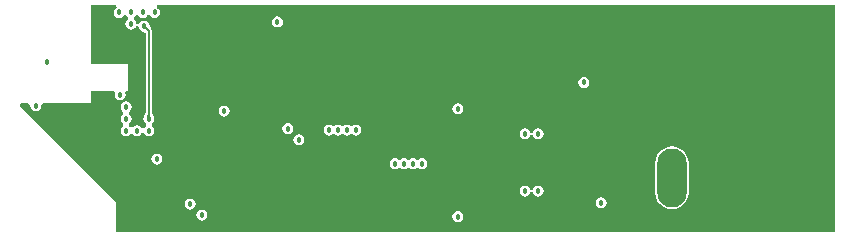
<source format=gbr>
%TF.GenerationSoftware,Altium Limited,Altium Designer,18.1.11 (251)*%
G04 Layer_Physical_Order=4*
G04 Layer_Color=16711680*
%FSLAX26Y26*%
%MOIN*%
%TF.FileFunction,Copper,L4,Bot,Signal*%
%TF.Part,Single*%
G01*
G75*
%TA.AperFunction,Conductor*%
%ADD37C,0.008000*%
%TA.AperFunction,ComponentPad*%
%ADD44O,0.177165X0.088583*%
%ADD45O,0.088583X0.177165*%
%ADD46O,0.098425X0.196850*%
%TA.AperFunction,ViaPad*%
%ADD47C,0.018000*%
G36*
X682255Y702020D02*
X682351Y701371D01*
X682516Y700719D01*
X682748Y700064D01*
X683049Y699405D01*
X683418Y698744D01*
X683855Y698079D01*
X684360Y697411D01*
X684934Y696740D01*
X685576Y696065D01*
X679919Y690408D01*
X679245Y691050D01*
X678573Y691624D01*
X677905Y692129D01*
X677240Y692567D01*
X676579Y692935D01*
X675920Y693236D01*
X675265Y693468D01*
X674613Y693633D01*
X673964Y693729D01*
X673318Y693756D01*
X682228Y702666D01*
X682255Y702020D01*
D02*
G37*
G36*
X580882Y772109D02*
X581640Y770068D01*
X582213Y764108D01*
X577574Y761009D01*
X573596Y755055D01*
X572199Y748032D01*
X573596Y741008D01*
X577574Y735054D01*
X583528Y731076D01*
X590551Y729679D01*
X597574Y731076D01*
X603528Y735054D01*
X605792Y738441D01*
X606271Y738613D01*
X614201D01*
X614681Y738441D01*
X616944Y735054D01*
X620331Y732791D01*
X620503Y732312D01*
Y724381D01*
X620331Y723902D01*
X616944Y721639D01*
X612966Y715685D01*
X611569Y708661D01*
X612966Y701638D01*
X616944Y695684D01*
X622898Y691706D01*
X629921Y690309D01*
X636944Y691706D01*
X642899Y695684D01*
X646597Y701220D01*
X646877Y701638D01*
X646953Y701795D01*
X647283Y702469D01*
X655024Y702011D01*
X655365Y700296D01*
X656273Y695733D01*
X660251Y689779D01*
X666205Y685800D01*
X667650Y685513D01*
X669016Y684513D01*
X669232Y684460D01*
X669417Y684337D01*
X671158Y683990D01*
X672053Y683772D01*
X672181Y683675D01*
X672413Y683477D01*
X672889Y683023D01*
X674465Y682025D01*
X676017Y680988D01*
X676143Y680963D01*
X676250Y680895D01*
X678088Y680577D01*
X678780Y680439D01*
Y415076D01*
X677947Y414549D01*
X677873Y414444D01*
X677767Y414373D01*
X676731Y412822D01*
X675656Y411296D01*
X675628Y411171D01*
X675557Y411065D01*
X675193Y409237D01*
X674784Y407415D01*
X674767Y406756D01*
X674744Y406452D01*
X674721Y406293D01*
X674243Y405507D01*
X673257Y404030D01*
X673213Y403813D01*
X673098Y403623D01*
X672839Y401949D01*
X672021Y400724D01*
X670624Y393701D01*
X672021Y386678D01*
X675999Y380724D01*
X679386Y378460D01*
X679558Y377981D01*
Y370051D01*
X679386Y369571D01*
X675999Y367308D01*
X673736Y363921D01*
X673256Y363749D01*
X665326D01*
X664847Y363921D01*
X662583Y367308D01*
X656630Y371286D01*
X649606Y372683D01*
X642583Y371286D01*
X636629Y367308D01*
X627150D01*
X623763Y369571D01*
X623592Y370051D01*
Y377981D01*
X623763Y378460D01*
X627150Y380724D01*
X631129Y386678D01*
X632526Y393701D01*
X631129Y400724D01*
X627150Y406678D01*
X623763Y408941D01*
X623592Y409421D01*
Y417351D01*
X623763Y417830D01*
X627150Y420094D01*
X631129Y426048D01*
X632526Y433071D01*
X631129Y440094D01*
X627150Y446048D01*
X621196Y450026D01*
X614173Y451423D01*
X607150Y450026D01*
X601196Y446048D01*
X597218Y440094D01*
X595821Y433071D01*
X597218Y426048D01*
X601196Y420094D01*
X604583Y417830D01*
X604755Y417351D01*
Y409421D01*
X604583Y408941D01*
X601196Y406678D01*
X597218Y400724D01*
X595821Y393701D01*
X597218Y386678D01*
X601196Y380724D01*
X604583Y378460D01*
X604755Y377981D01*
Y370051D01*
X604583Y369571D01*
X601196Y367308D01*
X597218Y361354D01*
X595821Y354331D01*
X597218Y347308D01*
X601196Y341353D01*
X607150Y337375D01*
X614173Y335978D01*
X621196Y337375D01*
X627150Y341353D01*
X636629D01*
X642583Y337375D01*
X649606Y335978D01*
X656630Y337375D01*
X662583Y341353D01*
X664847Y344741D01*
X665326Y344912D01*
X673256D01*
X673736Y344741D01*
X675999Y341353D01*
X681953Y337375D01*
X688976Y335978D01*
X696000Y337375D01*
X701954Y341353D01*
X705932Y347308D01*
X707329Y354331D01*
X705932Y361354D01*
X701954Y367308D01*
X698567Y369571D01*
X698395Y370051D01*
Y377981D01*
X698567Y378460D01*
X701954Y380724D01*
X705932Y386678D01*
X707329Y393701D01*
X705932Y400724D01*
X705114Y401949D01*
X704855Y403623D01*
X704739Y403813D01*
X704696Y404030D01*
X703710Y405506D01*
X703231Y406293D01*
X703209Y406452D01*
X703186Y406756D01*
X703169Y407415D01*
X702760Y409236D01*
X702396Y411065D01*
X702325Y411171D01*
X702297Y411296D01*
X701222Y412822D01*
X700186Y414373D01*
X700080Y414444D01*
X700006Y414549D01*
X699172Y415076D01*
Y687008D01*
X698396Y690910D01*
X696186Y694217D01*
X695552Y694851D01*
X695769Y695814D01*
X695747Y695940D01*
X695772Y696065D01*
X695408Y697896D01*
X695089Y699734D01*
X695021Y699842D01*
X694996Y699967D01*
X693959Y701519D01*
X692961Y703095D01*
X692508Y703571D01*
X692309Y703804D01*
X692212Y703931D01*
X691994Y704826D01*
X691648Y706568D01*
X691524Y706752D01*
X691472Y706968D01*
X690471Y708335D01*
X690184Y709779D01*
X686206Y715733D01*
X680251Y719712D01*
X673228Y721109D01*
X666205Y719712D01*
X660251Y715733D01*
X656552Y710197D01*
X656273Y709779D01*
X656196Y709622D01*
X655867Y708948D01*
X648126Y709406D01*
X647785Y711121D01*
X646877Y715685D01*
X642899Y721639D01*
X639511Y723902D01*
X639340Y724381D01*
Y732312D01*
X639511Y732791D01*
X642899Y735054D01*
X645162Y738441D01*
X645641Y738613D01*
X653572D01*
X654051Y738441D01*
X656314Y735054D01*
X662268Y731076D01*
X669291Y729679D01*
X676314Y731076D01*
X682269Y735054D01*
X684532Y738441D01*
X685011Y738613D01*
X692941D01*
X693421Y738441D01*
X695684Y735054D01*
X701638Y731076D01*
X708661Y729679D01*
X715685Y731076D01*
X721639Y735054D01*
X725617Y741008D01*
X727014Y748032D01*
X725617Y755055D01*
X721639Y761009D01*
X717000Y764108D01*
X717572Y770068D01*
X718330Y772109D01*
X2976833Y772108D01*
Y15293D01*
X579270Y15294D01*
Y113189D01*
X578106Y119041D01*
X574790Y124003D01*
X261303Y437491D01*
X264364Y444882D01*
X287695D01*
X294344Y437303D01*
X295741Y430280D01*
X299720Y424326D01*
X305674Y420348D01*
X312697Y418950D01*
X319720Y420348D01*
X325674Y424326D01*
X329652Y430280D01*
X331050Y437303D01*
X337699Y444882D01*
X495394D01*
Y486954D01*
X571378Y486953D01*
X573303Y484780D01*
X576503Y478953D01*
X575466Y473740D01*
X576863Y466717D01*
X580842Y460763D01*
X586796Y456784D01*
X593819Y455387D01*
X600842Y456784D01*
X606796Y460763D01*
X610774Y466717D01*
X612171Y473740D01*
X611135Y478953D01*
X614334Y484780D01*
X616260Y486953D01*
X618504D01*
Y576023D01*
X495394Y576024D01*
Y772109D01*
X580882D01*
D02*
G37*
G36*
X692999Y406232D02*
X693068Y405352D01*
X693183Y404522D01*
X693344Y403743D01*
X693551Y403014D01*
X693804Y402336D01*
X694103Y401708D01*
X694448Y401131D01*
X694839Y400604D01*
X695276Y400128D01*
X682676D01*
X683113Y400604D01*
X683504Y401131D01*
X683849Y401708D01*
X684148Y402336D01*
X684401Y403014D01*
X684608Y403743D01*
X684769Y404522D01*
X684884Y405352D01*
X684953Y406232D01*
X684976Y407163D01*
X692976D01*
X692999Y406232D01*
D02*
G37*
%LPC*%
G36*
X1118110Y735872D02*
X1111087Y734475D01*
X1105133Y730497D01*
X1101155Y724543D01*
X1099758Y717520D01*
X1101155Y710496D01*
X1105133Y704543D01*
X1111087Y700564D01*
X1118110Y699167D01*
X1125133Y700564D01*
X1131087Y704543D01*
X1135066Y710496D01*
X1136463Y717520D01*
X1135066Y724543D01*
X1131087Y730497D01*
X1125133Y734475D01*
X1118110Y735872D01*
D02*
G37*
G36*
X2139764Y533116D02*
X2132741Y531719D01*
X2126787Y527741D01*
X2122808Y521787D01*
X2121411Y514764D01*
X2122808Y507741D01*
X2126787Y501787D01*
X2132741Y497808D01*
X2139764Y496411D01*
X2146787Y497808D01*
X2152741Y501787D01*
X2156719Y507741D01*
X2158116Y514764D01*
X2156719Y521787D01*
X2152741Y527741D01*
X2146787Y531719D01*
X2139764Y533116D01*
D02*
G37*
G36*
X1719488Y445518D02*
X1712465Y444121D01*
X1706511Y440142D01*
X1702532Y434188D01*
X1701135Y427165D01*
X1702532Y420142D01*
X1706511Y414188D01*
X1712465Y410210D01*
X1719488Y408813D01*
X1726511Y410210D01*
X1732465Y414188D01*
X1736444Y420142D01*
X1737841Y427165D01*
X1736444Y434188D01*
X1732465Y440142D01*
X1726511Y444121D01*
X1719488Y445518D01*
D02*
G37*
G36*
X940945Y437644D02*
X933922Y436247D01*
X927968Y432269D01*
X923989Y426315D01*
X922592Y419291D01*
X923989Y412268D01*
X927968Y406314D01*
X933922Y402336D01*
X940945Y400939D01*
X947968Y402336D01*
X953922Y406314D01*
X957900Y412268D01*
X959298Y419291D01*
X957900Y426315D01*
X953922Y432269D01*
X947968Y436247D01*
X940945Y437644D01*
D02*
G37*
G36*
X1378937Y374258D02*
X1371914Y372861D01*
X1365960Y368883D01*
X1362387D01*
X1356433Y372861D01*
X1349410Y374258D01*
X1342386Y372861D01*
X1336432Y368883D01*
X1332859D01*
X1326905Y372861D01*
X1319882Y374258D01*
X1312859Y372861D01*
X1306905Y368883D01*
X1303332D01*
X1297378Y372861D01*
X1290354Y374258D01*
X1283331Y372861D01*
X1277377Y368883D01*
X1273399Y362929D01*
X1272002Y355906D01*
X1273399Y348882D01*
X1277377Y342928D01*
X1283331Y338950D01*
X1290354Y337553D01*
X1297378Y338950D01*
X1303332Y342928D01*
X1306905D01*
X1312859Y338950D01*
X1319882Y337553D01*
X1326905Y338950D01*
X1332859Y342928D01*
X1336432D01*
X1342386Y338950D01*
X1349410Y337553D01*
X1356433Y338950D01*
X1362387Y342928D01*
X1365960D01*
X1371914Y338950D01*
X1378937Y337553D01*
X1385960Y338950D01*
X1391914Y342928D01*
X1395893Y348882D01*
X1397290Y355906D01*
X1395893Y362929D01*
X1391914Y368883D01*
X1385960Y372861D01*
X1378937Y374258D01*
D02*
G37*
G36*
X1987205Y361856D02*
X1980182Y360459D01*
X1974228Y356481D01*
X1970249Y350527D01*
X1969664Y347582D01*
X1969630Y347412D01*
X1961473D01*
X1961439Y347582D01*
X1960853Y350527D01*
X1956875Y356481D01*
X1950921Y360459D01*
X1943898Y361856D01*
X1936874Y360459D01*
X1930920Y356481D01*
X1926942Y350527D01*
X1925545Y343504D01*
X1926942Y336481D01*
X1930920Y330527D01*
X1936874Y326548D01*
X1943898Y325151D01*
X1950921Y326548D01*
X1956875Y330527D01*
X1960853Y336481D01*
X1961439Y339426D01*
X1961473Y339596D01*
X1969630D01*
X1969663Y339426D01*
X1970249Y336481D01*
X1974228Y330527D01*
X1980182Y326548D01*
X1987205Y325151D01*
X1994228Y326548D01*
X2000182Y330527D01*
X2004160Y336481D01*
X2005557Y343504D01*
X2004160Y350527D01*
X2000182Y356481D01*
X1994228Y360459D01*
X1987205Y361856D01*
D02*
G37*
G36*
X1152559Y379573D02*
X1145536Y378176D01*
X1139582Y374198D01*
X1135603Y368244D01*
X1134207Y361221D01*
X1135603Y354197D01*
X1139582Y348243D01*
X1145536Y344265D01*
X1152559Y342868D01*
X1159582Y344265D01*
X1165536Y348243D01*
X1169515Y354197D01*
X1170912Y361221D01*
X1169515Y368244D01*
X1165536Y374198D01*
X1159582Y378176D01*
X1152559Y379573D01*
D02*
G37*
G36*
X1189961Y342171D02*
X1182937Y340774D01*
X1176983Y336796D01*
X1173005Y330842D01*
X1171608Y323819D01*
X1173005Y316796D01*
X1176983Y310842D01*
X1182937Y306863D01*
X1189961Y305466D01*
X1196984Y306863D01*
X1202938Y310842D01*
X1206916Y316796D01*
X1208313Y323819D01*
X1206916Y330842D01*
X1202938Y336796D01*
X1196984Y340774D01*
X1189961Y342171D01*
D02*
G37*
G36*
X1599409Y262841D02*
X1592386Y261444D01*
X1586432Y257465D01*
X1582859D01*
X1576905Y261444D01*
X1569882Y262841D01*
X1562859Y261444D01*
X1556905Y257465D01*
X1553331D01*
X1547377Y261444D01*
X1540354Y262841D01*
X1533331Y261444D01*
X1527377Y257465D01*
X1523804D01*
X1517850Y261444D01*
X1510827Y262841D01*
X1503803Y261444D01*
X1497849Y257465D01*
X1493871Y251511D01*
X1492474Y244488D01*
X1493871Y237465D01*
X1497849Y231511D01*
X1503803Y227533D01*
X1510827Y226136D01*
X1517850Y227533D01*
X1523804Y231511D01*
X1527377D01*
X1533331Y227533D01*
X1540354Y226136D01*
X1547377Y227533D01*
X1553331Y231511D01*
X1556905D01*
X1562859Y227533D01*
X1569882Y226136D01*
X1576905Y227533D01*
X1582859Y231511D01*
X1586432D01*
X1592386Y227533D01*
X1599409Y226136D01*
X1606433Y227533D01*
X1612387Y231511D01*
X1616365Y237465D01*
X1617762Y244488D01*
X1616365Y251511D01*
X1612387Y257465D01*
X1606433Y261444D01*
X1599409Y262841D01*
D02*
G37*
G36*
X715846Y276916D02*
X708823Y275519D01*
X702869Y271540D01*
X698891Y265586D01*
X697494Y258563D01*
X698891Y251540D01*
X702869Y245586D01*
X708823Y241607D01*
X715846Y240210D01*
X722870Y241607D01*
X728824Y245586D01*
X732802Y251540D01*
X734199Y258563D01*
X732802Y265586D01*
X728824Y271540D01*
X722870Y275519D01*
X715846Y276916D01*
D02*
G37*
G36*
X1987205Y170912D02*
X1980182Y169515D01*
X1974228Y165536D01*
X1970249Y159582D01*
X1969664Y156637D01*
X1969630Y156467D01*
X1961473D01*
X1961439Y156637D01*
X1960853Y159582D01*
X1956875Y165536D01*
X1950921Y169515D01*
X1943898Y170912D01*
X1936874Y169515D01*
X1930920Y165536D01*
X1926942Y159582D01*
X1925545Y152559D01*
X1926942Y145536D01*
X1930920Y139582D01*
X1936874Y135603D01*
X1943898Y134207D01*
X1950921Y135603D01*
X1956875Y139582D01*
X1960853Y145536D01*
X1961439Y148481D01*
X1961473Y148651D01*
X1969630D01*
X1969663Y148481D01*
X1970249Y145536D01*
X1974228Y139582D01*
X1980182Y135603D01*
X1987205Y134207D01*
X1994228Y135603D01*
X2000182Y139582D01*
X2004160Y145536D01*
X2005557Y152559D01*
X2004160Y159582D01*
X2000182Y165536D01*
X1994228Y169515D01*
X1987205Y170912D01*
D02*
G37*
G36*
X2197835Y132526D02*
X2190811Y131129D01*
X2184858Y127150D01*
X2180879Y121196D01*
X2179482Y114173D01*
X2180879Y107150D01*
X2184858Y101196D01*
X2190811Y97218D01*
X2197835Y95821D01*
X2204858Y97218D01*
X2210812Y101196D01*
X2214790Y107150D01*
X2216187Y114173D01*
X2214790Y121196D01*
X2210812Y127150D01*
X2204858Y131129D01*
X2197835Y132526D01*
D02*
G37*
G36*
X2433071Y301752D02*
X2418657Y299854D01*
X2405226Y294291D01*
X2393693Y285441D01*
X2384843Y273908D01*
X2379280Y260476D01*
X2377382Y246063D01*
Y147638D01*
X2379280Y133224D01*
X2384843Y119793D01*
X2393693Y108260D01*
X2405226Y99410D01*
X2418657Y93846D01*
X2433071Y91949D01*
X2447484Y93846D01*
X2460915Y99410D01*
X2472449Y108260D01*
X2481299Y119793D01*
X2486862Y133224D01*
X2488760Y147638D01*
Y246063D01*
X2486862Y260476D01*
X2481299Y273908D01*
X2472449Y285441D01*
X2460915Y294291D01*
X2447484Y299854D01*
X2433071Y301752D01*
D02*
G37*
G36*
X827756Y127605D02*
X820733Y126208D01*
X814779Y122229D01*
X810800Y116275D01*
X809403Y109252D01*
X810800Y102229D01*
X814779Y96275D01*
X820733Y92296D01*
X827756Y90899D01*
X834779Y92296D01*
X840733Y96275D01*
X844711Y102229D01*
X846108Y109252D01*
X844711Y116275D01*
X840733Y122229D01*
X834779Y126208D01*
X827756Y127605D01*
D02*
G37*
G36*
X866142Y90203D02*
X859119Y88806D01*
X853164Y84828D01*
X849186Y78874D01*
X847789Y71850D01*
X849186Y64827D01*
X853164Y58873D01*
X859119Y54895D01*
X866142Y53498D01*
X873165Y54895D01*
X879119Y58873D01*
X883097Y64827D01*
X884494Y71850D01*
X883097Y78874D01*
X879119Y84828D01*
X873165Y88806D01*
X866142Y90203D01*
D02*
G37*
G36*
X1719488Y86266D02*
X1712465Y84869D01*
X1706511Y80891D01*
X1702533Y74937D01*
X1701136Y67914D01*
X1702533Y60891D01*
X1706511Y54937D01*
X1712465Y50958D01*
X1719488Y49561D01*
X1726512Y50958D01*
X1732466Y54937D01*
X1736444Y60891D01*
X1737841Y67914D01*
X1736444Y74937D01*
X1732466Y80891D01*
X1726512Y84869D01*
X1719488Y86266D01*
D02*
G37*
%LPD*%
D37*
X688976Y393701D02*
Y687008D01*
X673228Y702756D02*
X688976Y687008D01*
D44*
X2551181Y381890D02*
D03*
D45*
X2669291Y196850D02*
D03*
D46*
X2433071D02*
D03*
D47*
X1118110Y717520D02*
D03*
X2139764Y514764D02*
D03*
X1719488Y427165D02*
D03*
X2143701Y309055D02*
D03*
X2030512Y343504D02*
D03*
X1887795Y355315D02*
D03*
X1719488Y67914D02*
D03*
X1887795Y140748D02*
D03*
X1803150Y140748D02*
D03*
Y99409D02*
D03*
X1887795Y99410D02*
D03*
X2197835Y114173D02*
D03*
X2017717Y443898D02*
D03*
Y485236D02*
D03*
X2035433Y93504D02*
D03*
Y134842D02*
D03*
X1822835Y248106D02*
D03*
X1868110Y248032D02*
D03*
X1599409Y244488D02*
D03*
X1569882D02*
D03*
X1540354D02*
D03*
X1510827D02*
D03*
X1378937Y355906D02*
D03*
X1349410D02*
D03*
X1319882D02*
D03*
X1290354D02*
D03*
X1510827D02*
D03*
X1540354D02*
D03*
X1569882D02*
D03*
X1599410D02*
D03*
X1290354Y244488D02*
D03*
X1319882D02*
D03*
X1349410D02*
D03*
X1378937D02*
D03*
X1887795Y396654D02*
D03*
X1803150Y355315D02*
D03*
Y396653D02*
D03*
X2964460Y630244D02*
D03*
X2896460D02*
D03*
X2828460D02*
D03*
X2920755Y574480D02*
D03*
X2852755D02*
D03*
X2784755D02*
D03*
X841403Y597619D02*
D03*
X882537Y559014D02*
D03*
X948755Y574480D02*
D03*
X1016755D02*
D03*
X1084755D02*
D03*
X1152755D02*
D03*
X1220755D02*
D03*
X1288755D02*
D03*
X1356755D02*
D03*
X1424755D02*
D03*
X1492755D02*
D03*
X1560755D02*
D03*
X1628755D02*
D03*
X1696755D02*
D03*
X1764755D02*
D03*
X1832755D02*
D03*
X1900755D02*
D03*
X1968755D02*
D03*
X2036755D02*
D03*
X2104755D02*
D03*
X2172755D02*
D03*
X2240755D02*
D03*
X2308755D02*
D03*
X2376755D02*
D03*
X2444755D02*
D03*
X2512755D02*
D03*
X2580755D02*
D03*
X2648755D02*
D03*
X2716755D02*
D03*
X2760460Y630244D02*
D03*
X2692460D02*
D03*
X2624460D02*
D03*
X2556460D02*
D03*
X2488460D02*
D03*
X2420460D02*
D03*
X2352460D02*
D03*
X2284460D02*
D03*
X2216460D02*
D03*
X2148460D02*
D03*
X2080460D02*
D03*
X2012460D02*
D03*
X1944460D02*
D03*
X1876460D02*
D03*
X1808460D02*
D03*
X1740460D02*
D03*
X1672460D02*
D03*
X1604460D02*
D03*
X1536460D02*
D03*
X1468460D02*
D03*
X1400460D02*
D03*
X1332460D02*
D03*
X1264460D02*
D03*
X1196460D02*
D03*
X1128460D02*
D03*
X1060460D02*
D03*
X992460D02*
D03*
X924460D02*
D03*
X2850394Y309055D02*
D03*
X2919292Y171260D02*
D03*
X2850394Y33465D02*
D03*
X2712599Y309055D02*
D03*
X2781497Y171260D02*
D03*
X2712599Y33465D02*
D03*
X2643702Y446851D02*
D03*
X2574804Y309055D02*
D03*
Y33465D02*
D03*
X2505906Y446851D02*
D03*
X2437009Y33465D02*
D03*
X2299213D02*
D03*
X2023623D02*
D03*
X1885827D02*
D03*
X1748032D02*
D03*
X1679134Y446851D02*
D03*
X1610237Y309055D02*
D03*
Y33465D02*
D03*
X1472441Y309055D02*
D03*
Y33465D02*
D03*
X1334646Y309055D02*
D03*
X1403544Y171260D02*
D03*
X1334646Y33465D02*
D03*
X1265748Y171260D02*
D03*
X1196851Y33465D02*
D03*
X1127953Y446851D02*
D03*
Y171260D02*
D03*
X1059056Y33465D02*
D03*
X990158Y171260D02*
D03*
X921260Y33465D02*
D03*
X783465Y584646D02*
D03*
X645670Y309055D02*
D03*
X714567Y171260D02*
D03*
X507874Y309055D02*
D03*
X576772Y171260D02*
D03*
X1681102Y239173D02*
D03*
X2143701Y269685D02*
D03*
X784449Y393701D02*
D03*
Y354331D02*
D03*
X940945Y419291D02*
D03*
X1202756Y428150D02*
D03*
X750315Y748031D02*
D03*
X789685D02*
D03*
X677854Y203740D02*
D03*
X649606Y232284D02*
D03*
X1987205Y152559D02*
D03*
X1943898D02*
D03*
X1987205Y343504D02*
D03*
X1943898D02*
D03*
X1152559Y361221D02*
D03*
X1189961Y323819D02*
D03*
X827756Y109252D02*
D03*
X866142Y71850D02*
D03*
X937008D02*
D03*
X973425Y109252D02*
D03*
X354331Y433071D02*
D03*
X472441D02*
D03*
X433071D02*
D03*
X393701D02*
D03*
X316100Y396499D02*
D03*
X343938Y368660D02*
D03*
X371777Y340821D02*
D03*
X399616Y312982D02*
D03*
X427455Y285143D02*
D03*
X455294Y257305D02*
D03*
X483133Y229466D02*
D03*
X510972Y201627D02*
D03*
X538811Y173788D02*
D03*
X566649Y145949D02*
D03*
X1152559Y214567D02*
D03*
X1189961Y252953D02*
D03*
X980315Y462599D02*
D03*
Y505906D02*
D03*
X651575Y531489D02*
D03*
X715846Y258563D02*
D03*
X312697Y437303D02*
D03*
X629921Y708661D02*
D03*
X708661Y748032D02*
D03*
X669291D02*
D03*
X629921D02*
D03*
X590551D02*
D03*
X511811Y354331D02*
D03*
X551181Y590551D02*
D03*
Y472441D02*
D03*
X688976Y393701D02*
D03*
Y354331D02*
D03*
X614173Y433071D02*
D03*
Y393701D02*
D03*
X649606Y354331D02*
D03*
X614173D02*
D03*
X551181Y748031D02*
D03*
X511811Y590551D02*
D03*
X673228Y702756D02*
D03*
X593819Y473740D02*
D03*
X791339Y39370D02*
D03*
Y78740D02*
D03*
Y118110D02*
D03*
X751968D02*
D03*
X712598D02*
D03*
X673228D02*
D03*
X633858D02*
D03*
X511811Y472441D02*
D03*
Y393701D02*
D03*
Y433071D02*
D03*
X594488Y118110D02*
D03*
X511811Y629921D02*
D03*
Y669291D02*
D03*
X350689Y582677D02*
D03*
X789685Y669291D02*
D03*
X511811Y748031D02*
D03*
X784449Y433071D02*
D03*
X511811Y708661D02*
D03*
X789685Y629921D02*
D03*
Y708661D02*
D03*
%TF.MD5,0fb9f1d39b42a626d421a96ee3cc9cc1*%
M02*

</source>
